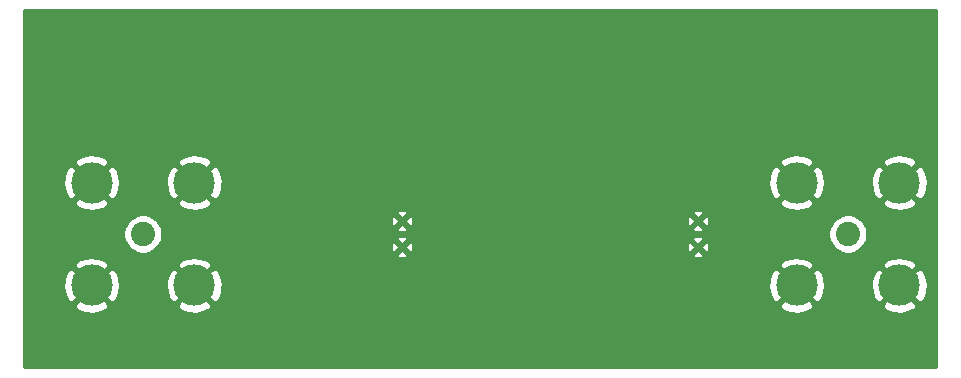
<source format=gbr>
G04 #@! TF.GenerationSoftware,KiCad,Pcbnew,5.1.5-52549c5~84~ubuntu18.04.1*
G04 #@! TF.CreationDate,2020-03-18T11:06:09+09:30*
G04 #@! TF.ProjectId,Frontend V2,46726f6e-7465-46e6-9420-56322e6b6963,rev?*
G04 #@! TF.SameCoordinates,Original*
G04 #@! TF.FileFunction,Copper,L2,Bot*
G04 #@! TF.FilePolarity,Positive*
%FSLAX46Y46*%
G04 Gerber Fmt 4.6, Leading zero omitted, Abs format (unit mm)*
G04 Created by KiCad (PCBNEW 5.1.5-52549c5~84~ubuntu18.04.1) date 2020-03-18 11:06:09*
%MOMM*%
%LPD*%
G04 APERTURE LIST*
%ADD10C,3.500000*%
%ADD11C,2.050000*%
%ADD12C,0.610000*%
%ADD13C,0.800000*%
%ADD14C,0.254000*%
G04 APERTURE END LIST*
D10*
X203740000Y-48990000D03*
X195040000Y-48990000D03*
X195040000Y-57690000D03*
D11*
X199390000Y-53340000D03*
D10*
X203740000Y-57690000D03*
X144050000Y-57690000D03*
D11*
X139700000Y-53340000D03*
D10*
X135350000Y-57690000D03*
X135350000Y-48990000D03*
X144050000Y-48990000D03*
D12*
X161645000Y-52235000D03*
X161645000Y-54445000D03*
X186690000Y-52235000D03*
X186690000Y-54445000D03*
D13*
X195580000Y-36830000D03*
X196850000Y-36830000D03*
X198120000Y-36830000D03*
X199390000Y-36830000D03*
X200660000Y-36830000D03*
X173990000Y-54610000D03*
X165100000Y-43180000D03*
X165100000Y-46990000D03*
X158750000Y-44450000D03*
X158750000Y-63500000D03*
X184380000Y-37870000D03*
X185420000Y-46990000D03*
X166370000Y-43180000D03*
X166370000Y-46990000D03*
X157480000Y-44450000D03*
X157480000Y-63500000D03*
X186690000Y-46990000D03*
X185180000Y-38340000D03*
X170180000Y-50800000D03*
X168910000Y-49530000D03*
X200660000Y-44450000D03*
X199390000Y-44450000D03*
D14*
G36*
X206883000Y-64643000D02*
G01*
X129667000Y-64643000D01*
X129667000Y-59359609D01*
X133859997Y-59359609D01*
X134046073Y-59700766D01*
X134463409Y-59916513D01*
X134914815Y-60046696D01*
X135382946Y-60086313D01*
X135849811Y-60033842D01*
X136297468Y-59891297D01*
X136653927Y-59700766D01*
X136840003Y-59359609D01*
X142559997Y-59359609D01*
X142746073Y-59700766D01*
X143163409Y-59916513D01*
X143614815Y-60046696D01*
X144082946Y-60086313D01*
X144549811Y-60033842D01*
X144997468Y-59891297D01*
X145353927Y-59700766D01*
X145540003Y-59359609D01*
X193549997Y-59359609D01*
X193736073Y-59700766D01*
X194153409Y-59916513D01*
X194604815Y-60046696D01*
X195072946Y-60086313D01*
X195539811Y-60033842D01*
X195987468Y-59891297D01*
X196343927Y-59700766D01*
X196530003Y-59359609D01*
X202249997Y-59359609D01*
X202436073Y-59700766D01*
X202853409Y-59916513D01*
X203304815Y-60046696D01*
X203772946Y-60086313D01*
X204239811Y-60033842D01*
X204687468Y-59891297D01*
X205043927Y-59700766D01*
X205230003Y-59359609D01*
X203740000Y-57869605D01*
X202249997Y-59359609D01*
X196530003Y-59359609D01*
X195040000Y-57869605D01*
X193549997Y-59359609D01*
X145540003Y-59359609D01*
X144050000Y-57869605D01*
X142559997Y-59359609D01*
X136840003Y-59359609D01*
X135350000Y-57869605D01*
X133859997Y-59359609D01*
X129667000Y-59359609D01*
X129667000Y-57722946D01*
X132953687Y-57722946D01*
X133006158Y-58189811D01*
X133148703Y-58637468D01*
X133339234Y-58993927D01*
X133680391Y-59180003D01*
X135170395Y-57690000D01*
X135529605Y-57690000D01*
X137019609Y-59180003D01*
X137360766Y-58993927D01*
X137576513Y-58576591D01*
X137706696Y-58125185D01*
X137740736Y-57722946D01*
X141653687Y-57722946D01*
X141706158Y-58189811D01*
X141848703Y-58637468D01*
X142039234Y-58993927D01*
X142380391Y-59180003D01*
X143870395Y-57690000D01*
X144229605Y-57690000D01*
X145719609Y-59180003D01*
X146060766Y-58993927D01*
X146276513Y-58576591D01*
X146406696Y-58125185D01*
X146440736Y-57722946D01*
X192643687Y-57722946D01*
X192696158Y-58189811D01*
X192838703Y-58637468D01*
X193029234Y-58993927D01*
X193370391Y-59180003D01*
X194860395Y-57690000D01*
X195219605Y-57690000D01*
X196709609Y-59180003D01*
X197050766Y-58993927D01*
X197266513Y-58576591D01*
X197396696Y-58125185D01*
X197430736Y-57722946D01*
X201343687Y-57722946D01*
X201396158Y-58189811D01*
X201538703Y-58637468D01*
X201729234Y-58993927D01*
X202070391Y-59180003D01*
X203560395Y-57690000D01*
X203919605Y-57690000D01*
X205409609Y-59180003D01*
X205750766Y-58993927D01*
X205966513Y-58576591D01*
X206096696Y-58125185D01*
X206136313Y-57657054D01*
X206083842Y-57190189D01*
X205941297Y-56742532D01*
X205750766Y-56386073D01*
X205409609Y-56199997D01*
X203919605Y-57690000D01*
X203560395Y-57690000D01*
X202070391Y-56199997D01*
X201729234Y-56386073D01*
X201513487Y-56803409D01*
X201383304Y-57254815D01*
X201343687Y-57722946D01*
X197430736Y-57722946D01*
X197436313Y-57657054D01*
X197383842Y-57190189D01*
X197241297Y-56742532D01*
X197050766Y-56386073D01*
X196709609Y-56199997D01*
X195219605Y-57690000D01*
X194860395Y-57690000D01*
X193370391Y-56199997D01*
X193029234Y-56386073D01*
X192813487Y-56803409D01*
X192683304Y-57254815D01*
X192643687Y-57722946D01*
X146440736Y-57722946D01*
X146446313Y-57657054D01*
X146393842Y-57190189D01*
X146251297Y-56742532D01*
X146060766Y-56386073D01*
X145719609Y-56199997D01*
X144229605Y-57690000D01*
X143870395Y-57690000D01*
X142380391Y-56199997D01*
X142039234Y-56386073D01*
X141823487Y-56803409D01*
X141693304Y-57254815D01*
X141653687Y-57722946D01*
X137740736Y-57722946D01*
X137746313Y-57657054D01*
X137693842Y-57190189D01*
X137551297Y-56742532D01*
X137360766Y-56386073D01*
X137019609Y-56199997D01*
X135529605Y-57690000D01*
X135170395Y-57690000D01*
X133680391Y-56199997D01*
X133339234Y-56386073D01*
X133123487Y-56803409D01*
X132993304Y-57254815D01*
X132953687Y-57722946D01*
X129667000Y-57722946D01*
X129667000Y-56020391D01*
X133859997Y-56020391D01*
X135350000Y-57510395D01*
X136840003Y-56020391D01*
X142559997Y-56020391D01*
X144050000Y-57510395D01*
X145540003Y-56020391D01*
X193549997Y-56020391D01*
X195040000Y-57510395D01*
X196530003Y-56020391D01*
X202249997Y-56020391D01*
X203740000Y-57510395D01*
X205230003Y-56020391D01*
X205043927Y-55679234D01*
X204626591Y-55463487D01*
X204175185Y-55333304D01*
X203707054Y-55293687D01*
X203240189Y-55346158D01*
X202792532Y-55488703D01*
X202436073Y-55679234D01*
X202249997Y-56020391D01*
X196530003Y-56020391D01*
X196343927Y-55679234D01*
X195926591Y-55463487D01*
X195475185Y-55333304D01*
X195007054Y-55293687D01*
X194540189Y-55346158D01*
X194092532Y-55488703D01*
X193736073Y-55679234D01*
X193549997Y-56020391D01*
X145540003Y-56020391D01*
X145353927Y-55679234D01*
X144936591Y-55463487D01*
X144485185Y-55333304D01*
X144017054Y-55293687D01*
X143550189Y-55346158D01*
X143102532Y-55488703D01*
X142746073Y-55679234D01*
X142559997Y-56020391D01*
X136840003Y-56020391D01*
X136653927Y-55679234D01*
X136236591Y-55463487D01*
X135785185Y-55333304D01*
X135317054Y-55293687D01*
X134850189Y-55346158D01*
X134402532Y-55488703D01*
X134046073Y-55679234D01*
X133859997Y-56020391D01*
X129667000Y-56020391D01*
X129667000Y-55083141D01*
X161186465Y-55083141D01*
X161197596Y-55276865D01*
X161368482Y-55348165D01*
X161549994Y-55384757D01*
X161735157Y-55385235D01*
X161916855Y-55349580D01*
X162088106Y-55279162D01*
X162092404Y-55276865D01*
X162103535Y-55083141D01*
X186231465Y-55083141D01*
X186242596Y-55276865D01*
X186413482Y-55348165D01*
X186594994Y-55384757D01*
X186780157Y-55385235D01*
X186961855Y-55349580D01*
X187133106Y-55279162D01*
X187137404Y-55276865D01*
X187148535Y-55083141D01*
X186690000Y-54624605D01*
X186231465Y-55083141D01*
X162103535Y-55083141D01*
X161645000Y-54624605D01*
X161186465Y-55083141D01*
X129667000Y-55083141D01*
X129667000Y-53176504D01*
X138040000Y-53176504D01*
X138040000Y-53503496D01*
X138103793Y-53824204D01*
X138228927Y-54126305D01*
X138410594Y-54398188D01*
X138641812Y-54629406D01*
X138913695Y-54811073D01*
X139215796Y-54936207D01*
X139536504Y-55000000D01*
X139863496Y-55000000D01*
X140184204Y-54936207D01*
X140486305Y-54811073D01*
X140758188Y-54629406D01*
X140852437Y-54535157D01*
X160704765Y-54535157D01*
X160740420Y-54716855D01*
X160810838Y-54888106D01*
X160813135Y-54892404D01*
X161006859Y-54903535D01*
X161465395Y-54445000D01*
X161824605Y-54445000D01*
X162283141Y-54903535D01*
X162476865Y-54892404D01*
X162548165Y-54721518D01*
X162584757Y-54540006D01*
X162584769Y-54535157D01*
X185749765Y-54535157D01*
X185785420Y-54716855D01*
X185855838Y-54888106D01*
X185858135Y-54892404D01*
X186051859Y-54903535D01*
X186510395Y-54445000D01*
X186869605Y-54445000D01*
X187328141Y-54903535D01*
X187521865Y-54892404D01*
X187593165Y-54721518D01*
X187629757Y-54540006D01*
X187630235Y-54354843D01*
X187594580Y-54173145D01*
X187524162Y-54001894D01*
X187521865Y-53997596D01*
X187328141Y-53986465D01*
X186869605Y-54445000D01*
X186510395Y-54445000D01*
X186051859Y-53986465D01*
X185858135Y-53997596D01*
X185786835Y-54168482D01*
X185750243Y-54349994D01*
X185749765Y-54535157D01*
X162584769Y-54535157D01*
X162585235Y-54354843D01*
X162549580Y-54173145D01*
X162479162Y-54001894D01*
X162476865Y-53997596D01*
X162283141Y-53986465D01*
X161824605Y-54445000D01*
X161465395Y-54445000D01*
X161006859Y-53986465D01*
X160813135Y-53997596D01*
X160741835Y-54168482D01*
X160705243Y-54349994D01*
X160704765Y-54535157D01*
X140852437Y-54535157D01*
X140989406Y-54398188D01*
X141171073Y-54126305D01*
X141296207Y-53824204D01*
X141299657Y-53806859D01*
X161186465Y-53806859D01*
X161645000Y-54265395D01*
X162103535Y-53806859D01*
X186231465Y-53806859D01*
X186690000Y-54265395D01*
X187148535Y-53806859D01*
X187137404Y-53613135D01*
X186966518Y-53541835D01*
X186785006Y-53505243D01*
X186599843Y-53504765D01*
X186418145Y-53540420D01*
X186246894Y-53610838D01*
X186242596Y-53613135D01*
X186231465Y-53806859D01*
X162103535Y-53806859D01*
X162092404Y-53613135D01*
X161921518Y-53541835D01*
X161740006Y-53505243D01*
X161554843Y-53504765D01*
X161373145Y-53540420D01*
X161201894Y-53610838D01*
X161197596Y-53613135D01*
X161186465Y-53806859D01*
X141299657Y-53806859D01*
X141360000Y-53503496D01*
X141360000Y-53176504D01*
X197730000Y-53176504D01*
X197730000Y-53503496D01*
X197793793Y-53824204D01*
X197918927Y-54126305D01*
X198100594Y-54398188D01*
X198331812Y-54629406D01*
X198603695Y-54811073D01*
X198905796Y-54936207D01*
X199226504Y-55000000D01*
X199553496Y-55000000D01*
X199874204Y-54936207D01*
X200176305Y-54811073D01*
X200448188Y-54629406D01*
X200679406Y-54398188D01*
X200861073Y-54126305D01*
X200986207Y-53824204D01*
X201050000Y-53503496D01*
X201050000Y-53176504D01*
X200986207Y-52855796D01*
X200861073Y-52553695D01*
X200679406Y-52281812D01*
X200448188Y-52050594D01*
X200176305Y-51868927D01*
X199874204Y-51743793D01*
X199553496Y-51680000D01*
X199226504Y-51680000D01*
X198905796Y-51743793D01*
X198603695Y-51868927D01*
X198331812Y-52050594D01*
X198100594Y-52281812D01*
X197918927Y-52553695D01*
X197793793Y-52855796D01*
X197730000Y-53176504D01*
X141360000Y-53176504D01*
X141299658Y-52873141D01*
X161186465Y-52873141D01*
X161197596Y-53066865D01*
X161368482Y-53138165D01*
X161549994Y-53174757D01*
X161735157Y-53175235D01*
X161916855Y-53139580D01*
X162088106Y-53069162D01*
X162092404Y-53066865D01*
X162103535Y-52873141D01*
X186231465Y-52873141D01*
X186242596Y-53066865D01*
X186413482Y-53138165D01*
X186594994Y-53174757D01*
X186780157Y-53175235D01*
X186961855Y-53139580D01*
X187133106Y-53069162D01*
X187137404Y-53066865D01*
X187148535Y-52873141D01*
X186690000Y-52414605D01*
X186231465Y-52873141D01*
X162103535Y-52873141D01*
X161645000Y-52414605D01*
X161186465Y-52873141D01*
X141299658Y-52873141D01*
X141296207Y-52855796D01*
X141171073Y-52553695D01*
X141018369Y-52325157D01*
X160704765Y-52325157D01*
X160740420Y-52506855D01*
X160810838Y-52678106D01*
X160813135Y-52682404D01*
X161006859Y-52693535D01*
X161465395Y-52235000D01*
X161824605Y-52235000D01*
X162283141Y-52693535D01*
X162476865Y-52682404D01*
X162548165Y-52511518D01*
X162584757Y-52330006D01*
X162584769Y-52325157D01*
X185749765Y-52325157D01*
X185785420Y-52506855D01*
X185855838Y-52678106D01*
X185858135Y-52682404D01*
X186051859Y-52693535D01*
X186510395Y-52235000D01*
X186869605Y-52235000D01*
X187328141Y-52693535D01*
X187521865Y-52682404D01*
X187593165Y-52511518D01*
X187629757Y-52330006D01*
X187630235Y-52144843D01*
X187594580Y-51963145D01*
X187524162Y-51791894D01*
X187521865Y-51787596D01*
X187328141Y-51776465D01*
X186869605Y-52235000D01*
X186510395Y-52235000D01*
X186051859Y-51776465D01*
X185858135Y-51787596D01*
X185786835Y-51958482D01*
X185750243Y-52139994D01*
X185749765Y-52325157D01*
X162584769Y-52325157D01*
X162585235Y-52144843D01*
X162549580Y-51963145D01*
X162479162Y-51791894D01*
X162476865Y-51787596D01*
X162283141Y-51776465D01*
X161824605Y-52235000D01*
X161465395Y-52235000D01*
X161006859Y-51776465D01*
X160813135Y-51787596D01*
X160741835Y-51958482D01*
X160705243Y-52139994D01*
X160704765Y-52325157D01*
X141018369Y-52325157D01*
X140989406Y-52281812D01*
X140758188Y-52050594D01*
X140486305Y-51868927D01*
X140184204Y-51743793D01*
X139863496Y-51680000D01*
X139536504Y-51680000D01*
X139215796Y-51743793D01*
X138913695Y-51868927D01*
X138641812Y-52050594D01*
X138410594Y-52281812D01*
X138228927Y-52553695D01*
X138103793Y-52855796D01*
X138040000Y-53176504D01*
X129667000Y-53176504D01*
X129667000Y-51596859D01*
X161186465Y-51596859D01*
X161645000Y-52055395D01*
X162103535Y-51596859D01*
X186231465Y-51596859D01*
X186690000Y-52055395D01*
X187148535Y-51596859D01*
X187137404Y-51403135D01*
X186966518Y-51331835D01*
X186785006Y-51295243D01*
X186599843Y-51294765D01*
X186418145Y-51330420D01*
X186246894Y-51400838D01*
X186242596Y-51403135D01*
X186231465Y-51596859D01*
X162103535Y-51596859D01*
X162092404Y-51403135D01*
X161921518Y-51331835D01*
X161740006Y-51295243D01*
X161554843Y-51294765D01*
X161373145Y-51330420D01*
X161201894Y-51400838D01*
X161197596Y-51403135D01*
X161186465Y-51596859D01*
X129667000Y-51596859D01*
X129667000Y-50659609D01*
X133859997Y-50659609D01*
X134046073Y-51000766D01*
X134463409Y-51216513D01*
X134914815Y-51346696D01*
X135382946Y-51386313D01*
X135849811Y-51333842D01*
X136297468Y-51191297D01*
X136653927Y-51000766D01*
X136840003Y-50659609D01*
X142559997Y-50659609D01*
X142746073Y-51000766D01*
X143163409Y-51216513D01*
X143614815Y-51346696D01*
X144082946Y-51386313D01*
X144549811Y-51333842D01*
X144997468Y-51191297D01*
X145353927Y-51000766D01*
X145540003Y-50659609D01*
X193549997Y-50659609D01*
X193736073Y-51000766D01*
X194153409Y-51216513D01*
X194604815Y-51346696D01*
X195072946Y-51386313D01*
X195539811Y-51333842D01*
X195987468Y-51191297D01*
X196343927Y-51000766D01*
X196530003Y-50659609D01*
X202249997Y-50659609D01*
X202436073Y-51000766D01*
X202853409Y-51216513D01*
X203304815Y-51346696D01*
X203772946Y-51386313D01*
X204239811Y-51333842D01*
X204687468Y-51191297D01*
X205043927Y-51000766D01*
X205230003Y-50659609D01*
X203740000Y-49169605D01*
X202249997Y-50659609D01*
X196530003Y-50659609D01*
X195040000Y-49169605D01*
X193549997Y-50659609D01*
X145540003Y-50659609D01*
X144050000Y-49169605D01*
X142559997Y-50659609D01*
X136840003Y-50659609D01*
X135350000Y-49169605D01*
X133859997Y-50659609D01*
X129667000Y-50659609D01*
X129667000Y-49022946D01*
X132953687Y-49022946D01*
X133006158Y-49489811D01*
X133148703Y-49937468D01*
X133339234Y-50293927D01*
X133680391Y-50480003D01*
X135170395Y-48990000D01*
X135529605Y-48990000D01*
X137019609Y-50480003D01*
X137360766Y-50293927D01*
X137576513Y-49876591D01*
X137706696Y-49425185D01*
X137740736Y-49022946D01*
X141653687Y-49022946D01*
X141706158Y-49489811D01*
X141848703Y-49937468D01*
X142039234Y-50293927D01*
X142380391Y-50480003D01*
X143870395Y-48990000D01*
X144229605Y-48990000D01*
X145719609Y-50480003D01*
X146060766Y-50293927D01*
X146276513Y-49876591D01*
X146406696Y-49425185D01*
X146440736Y-49022946D01*
X192643687Y-49022946D01*
X192696158Y-49489811D01*
X192838703Y-49937468D01*
X193029234Y-50293927D01*
X193370391Y-50480003D01*
X194860395Y-48990000D01*
X195219605Y-48990000D01*
X196709609Y-50480003D01*
X197050766Y-50293927D01*
X197266513Y-49876591D01*
X197396696Y-49425185D01*
X197430736Y-49022946D01*
X201343687Y-49022946D01*
X201396158Y-49489811D01*
X201538703Y-49937468D01*
X201729234Y-50293927D01*
X202070391Y-50480003D01*
X203560395Y-48990000D01*
X203919605Y-48990000D01*
X205409609Y-50480003D01*
X205750766Y-50293927D01*
X205966513Y-49876591D01*
X206096696Y-49425185D01*
X206136313Y-48957054D01*
X206083842Y-48490189D01*
X205941297Y-48042532D01*
X205750766Y-47686073D01*
X205409609Y-47499997D01*
X203919605Y-48990000D01*
X203560395Y-48990000D01*
X202070391Y-47499997D01*
X201729234Y-47686073D01*
X201513487Y-48103409D01*
X201383304Y-48554815D01*
X201343687Y-49022946D01*
X197430736Y-49022946D01*
X197436313Y-48957054D01*
X197383842Y-48490189D01*
X197241297Y-48042532D01*
X197050766Y-47686073D01*
X196709609Y-47499997D01*
X195219605Y-48990000D01*
X194860395Y-48990000D01*
X193370391Y-47499997D01*
X193029234Y-47686073D01*
X192813487Y-48103409D01*
X192683304Y-48554815D01*
X192643687Y-49022946D01*
X146440736Y-49022946D01*
X146446313Y-48957054D01*
X146393842Y-48490189D01*
X146251297Y-48042532D01*
X146060766Y-47686073D01*
X145719609Y-47499997D01*
X144229605Y-48990000D01*
X143870395Y-48990000D01*
X142380391Y-47499997D01*
X142039234Y-47686073D01*
X141823487Y-48103409D01*
X141693304Y-48554815D01*
X141653687Y-49022946D01*
X137740736Y-49022946D01*
X137746313Y-48957054D01*
X137693842Y-48490189D01*
X137551297Y-48042532D01*
X137360766Y-47686073D01*
X137019609Y-47499997D01*
X135529605Y-48990000D01*
X135170395Y-48990000D01*
X133680391Y-47499997D01*
X133339234Y-47686073D01*
X133123487Y-48103409D01*
X132993304Y-48554815D01*
X132953687Y-49022946D01*
X129667000Y-49022946D01*
X129667000Y-47320391D01*
X133859997Y-47320391D01*
X135350000Y-48810395D01*
X136840003Y-47320391D01*
X142559997Y-47320391D01*
X144050000Y-48810395D01*
X145540003Y-47320391D01*
X193549997Y-47320391D01*
X195040000Y-48810395D01*
X196530003Y-47320391D01*
X202249997Y-47320391D01*
X203740000Y-48810395D01*
X205230003Y-47320391D01*
X205043927Y-46979234D01*
X204626591Y-46763487D01*
X204175185Y-46633304D01*
X203707054Y-46593687D01*
X203240189Y-46646158D01*
X202792532Y-46788703D01*
X202436073Y-46979234D01*
X202249997Y-47320391D01*
X196530003Y-47320391D01*
X196343927Y-46979234D01*
X195926591Y-46763487D01*
X195475185Y-46633304D01*
X195007054Y-46593687D01*
X194540189Y-46646158D01*
X194092532Y-46788703D01*
X193736073Y-46979234D01*
X193549997Y-47320391D01*
X145540003Y-47320391D01*
X145353927Y-46979234D01*
X144936591Y-46763487D01*
X144485185Y-46633304D01*
X144017054Y-46593687D01*
X143550189Y-46646158D01*
X143102532Y-46788703D01*
X142746073Y-46979234D01*
X142559997Y-47320391D01*
X136840003Y-47320391D01*
X136653927Y-46979234D01*
X136236591Y-46763487D01*
X135785185Y-46633304D01*
X135317054Y-46593687D01*
X134850189Y-46646158D01*
X134402532Y-46788703D01*
X134046073Y-46979234D01*
X133859997Y-47320391D01*
X129667000Y-47320391D01*
X129667000Y-34417000D01*
X206883000Y-34417000D01*
X206883000Y-64643000D01*
G37*
X206883000Y-64643000D02*
X129667000Y-64643000D01*
X129667000Y-59359609D01*
X133859997Y-59359609D01*
X134046073Y-59700766D01*
X134463409Y-59916513D01*
X134914815Y-60046696D01*
X135382946Y-60086313D01*
X135849811Y-60033842D01*
X136297468Y-59891297D01*
X136653927Y-59700766D01*
X136840003Y-59359609D01*
X142559997Y-59359609D01*
X142746073Y-59700766D01*
X143163409Y-59916513D01*
X143614815Y-60046696D01*
X144082946Y-60086313D01*
X144549811Y-60033842D01*
X144997468Y-59891297D01*
X145353927Y-59700766D01*
X145540003Y-59359609D01*
X193549997Y-59359609D01*
X193736073Y-59700766D01*
X194153409Y-59916513D01*
X194604815Y-60046696D01*
X195072946Y-60086313D01*
X195539811Y-60033842D01*
X195987468Y-59891297D01*
X196343927Y-59700766D01*
X196530003Y-59359609D01*
X202249997Y-59359609D01*
X202436073Y-59700766D01*
X202853409Y-59916513D01*
X203304815Y-60046696D01*
X203772946Y-60086313D01*
X204239811Y-60033842D01*
X204687468Y-59891297D01*
X205043927Y-59700766D01*
X205230003Y-59359609D01*
X203740000Y-57869605D01*
X202249997Y-59359609D01*
X196530003Y-59359609D01*
X195040000Y-57869605D01*
X193549997Y-59359609D01*
X145540003Y-59359609D01*
X144050000Y-57869605D01*
X142559997Y-59359609D01*
X136840003Y-59359609D01*
X135350000Y-57869605D01*
X133859997Y-59359609D01*
X129667000Y-59359609D01*
X129667000Y-57722946D01*
X132953687Y-57722946D01*
X133006158Y-58189811D01*
X133148703Y-58637468D01*
X133339234Y-58993927D01*
X133680391Y-59180003D01*
X135170395Y-57690000D01*
X135529605Y-57690000D01*
X137019609Y-59180003D01*
X137360766Y-58993927D01*
X137576513Y-58576591D01*
X137706696Y-58125185D01*
X137740736Y-57722946D01*
X141653687Y-57722946D01*
X141706158Y-58189811D01*
X141848703Y-58637468D01*
X142039234Y-58993927D01*
X142380391Y-59180003D01*
X143870395Y-57690000D01*
X144229605Y-57690000D01*
X145719609Y-59180003D01*
X146060766Y-58993927D01*
X146276513Y-58576591D01*
X146406696Y-58125185D01*
X146440736Y-57722946D01*
X192643687Y-57722946D01*
X192696158Y-58189811D01*
X192838703Y-58637468D01*
X193029234Y-58993927D01*
X193370391Y-59180003D01*
X194860395Y-57690000D01*
X195219605Y-57690000D01*
X196709609Y-59180003D01*
X197050766Y-58993927D01*
X197266513Y-58576591D01*
X197396696Y-58125185D01*
X197430736Y-57722946D01*
X201343687Y-57722946D01*
X201396158Y-58189811D01*
X201538703Y-58637468D01*
X201729234Y-58993927D01*
X202070391Y-59180003D01*
X203560395Y-57690000D01*
X203919605Y-57690000D01*
X205409609Y-59180003D01*
X205750766Y-58993927D01*
X205966513Y-58576591D01*
X206096696Y-58125185D01*
X206136313Y-57657054D01*
X206083842Y-57190189D01*
X205941297Y-56742532D01*
X205750766Y-56386073D01*
X205409609Y-56199997D01*
X203919605Y-57690000D01*
X203560395Y-57690000D01*
X202070391Y-56199997D01*
X201729234Y-56386073D01*
X201513487Y-56803409D01*
X201383304Y-57254815D01*
X201343687Y-57722946D01*
X197430736Y-57722946D01*
X197436313Y-57657054D01*
X197383842Y-57190189D01*
X197241297Y-56742532D01*
X197050766Y-56386073D01*
X196709609Y-56199997D01*
X195219605Y-57690000D01*
X194860395Y-57690000D01*
X193370391Y-56199997D01*
X193029234Y-56386073D01*
X192813487Y-56803409D01*
X192683304Y-57254815D01*
X192643687Y-57722946D01*
X146440736Y-57722946D01*
X146446313Y-57657054D01*
X146393842Y-57190189D01*
X146251297Y-56742532D01*
X146060766Y-56386073D01*
X145719609Y-56199997D01*
X144229605Y-57690000D01*
X143870395Y-57690000D01*
X142380391Y-56199997D01*
X142039234Y-56386073D01*
X141823487Y-56803409D01*
X141693304Y-57254815D01*
X141653687Y-57722946D01*
X137740736Y-57722946D01*
X137746313Y-57657054D01*
X137693842Y-57190189D01*
X137551297Y-56742532D01*
X137360766Y-56386073D01*
X137019609Y-56199997D01*
X135529605Y-57690000D01*
X135170395Y-57690000D01*
X133680391Y-56199997D01*
X133339234Y-56386073D01*
X133123487Y-56803409D01*
X132993304Y-57254815D01*
X132953687Y-57722946D01*
X129667000Y-57722946D01*
X129667000Y-56020391D01*
X133859997Y-56020391D01*
X135350000Y-57510395D01*
X136840003Y-56020391D01*
X142559997Y-56020391D01*
X144050000Y-57510395D01*
X145540003Y-56020391D01*
X193549997Y-56020391D01*
X195040000Y-57510395D01*
X196530003Y-56020391D01*
X202249997Y-56020391D01*
X203740000Y-57510395D01*
X205230003Y-56020391D01*
X205043927Y-55679234D01*
X204626591Y-55463487D01*
X204175185Y-55333304D01*
X203707054Y-55293687D01*
X203240189Y-55346158D01*
X202792532Y-55488703D01*
X202436073Y-55679234D01*
X202249997Y-56020391D01*
X196530003Y-56020391D01*
X196343927Y-55679234D01*
X195926591Y-55463487D01*
X195475185Y-55333304D01*
X195007054Y-55293687D01*
X194540189Y-55346158D01*
X194092532Y-55488703D01*
X193736073Y-55679234D01*
X193549997Y-56020391D01*
X145540003Y-56020391D01*
X145353927Y-55679234D01*
X144936591Y-55463487D01*
X144485185Y-55333304D01*
X144017054Y-55293687D01*
X143550189Y-55346158D01*
X143102532Y-55488703D01*
X142746073Y-55679234D01*
X142559997Y-56020391D01*
X136840003Y-56020391D01*
X136653927Y-55679234D01*
X136236591Y-55463487D01*
X135785185Y-55333304D01*
X135317054Y-55293687D01*
X134850189Y-55346158D01*
X134402532Y-55488703D01*
X134046073Y-55679234D01*
X133859997Y-56020391D01*
X129667000Y-56020391D01*
X129667000Y-55083141D01*
X161186465Y-55083141D01*
X161197596Y-55276865D01*
X161368482Y-55348165D01*
X161549994Y-55384757D01*
X161735157Y-55385235D01*
X161916855Y-55349580D01*
X162088106Y-55279162D01*
X162092404Y-55276865D01*
X162103535Y-55083141D01*
X186231465Y-55083141D01*
X186242596Y-55276865D01*
X186413482Y-55348165D01*
X186594994Y-55384757D01*
X186780157Y-55385235D01*
X186961855Y-55349580D01*
X187133106Y-55279162D01*
X187137404Y-55276865D01*
X187148535Y-55083141D01*
X186690000Y-54624605D01*
X186231465Y-55083141D01*
X162103535Y-55083141D01*
X161645000Y-54624605D01*
X161186465Y-55083141D01*
X129667000Y-55083141D01*
X129667000Y-53176504D01*
X138040000Y-53176504D01*
X138040000Y-53503496D01*
X138103793Y-53824204D01*
X138228927Y-54126305D01*
X138410594Y-54398188D01*
X138641812Y-54629406D01*
X138913695Y-54811073D01*
X139215796Y-54936207D01*
X139536504Y-55000000D01*
X139863496Y-55000000D01*
X140184204Y-54936207D01*
X140486305Y-54811073D01*
X140758188Y-54629406D01*
X140852437Y-54535157D01*
X160704765Y-54535157D01*
X160740420Y-54716855D01*
X160810838Y-54888106D01*
X160813135Y-54892404D01*
X161006859Y-54903535D01*
X161465395Y-54445000D01*
X161824605Y-54445000D01*
X162283141Y-54903535D01*
X162476865Y-54892404D01*
X162548165Y-54721518D01*
X162584757Y-54540006D01*
X162584769Y-54535157D01*
X185749765Y-54535157D01*
X185785420Y-54716855D01*
X185855838Y-54888106D01*
X185858135Y-54892404D01*
X186051859Y-54903535D01*
X186510395Y-54445000D01*
X186869605Y-54445000D01*
X187328141Y-54903535D01*
X187521865Y-54892404D01*
X187593165Y-54721518D01*
X187629757Y-54540006D01*
X187630235Y-54354843D01*
X187594580Y-54173145D01*
X187524162Y-54001894D01*
X187521865Y-53997596D01*
X187328141Y-53986465D01*
X186869605Y-54445000D01*
X186510395Y-54445000D01*
X186051859Y-53986465D01*
X185858135Y-53997596D01*
X185786835Y-54168482D01*
X185750243Y-54349994D01*
X185749765Y-54535157D01*
X162584769Y-54535157D01*
X162585235Y-54354843D01*
X162549580Y-54173145D01*
X162479162Y-54001894D01*
X162476865Y-53997596D01*
X162283141Y-53986465D01*
X161824605Y-54445000D01*
X161465395Y-54445000D01*
X161006859Y-53986465D01*
X160813135Y-53997596D01*
X160741835Y-54168482D01*
X160705243Y-54349994D01*
X160704765Y-54535157D01*
X140852437Y-54535157D01*
X140989406Y-54398188D01*
X141171073Y-54126305D01*
X141296207Y-53824204D01*
X141299657Y-53806859D01*
X161186465Y-53806859D01*
X161645000Y-54265395D01*
X162103535Y-53806859D01*
X186231465Y-53806859D01*
X186690000Y-54265395D01*
X187148535Y-53806859D01*
X187137404Y-53613135D01*
X186966518Y-53541835D01*
X186785006Y-53505243D01*
X186599843Y-53504765D01*
X186418145Y-53540420D01*
X186246894Y-53610838D01*
X186242596Y-53613135D01*
X186231465Y-53806859D01*
X162103535Y-53806859D01*
X162092404Y-53613135D01*
X161921518Y-53541835D01*
X161740006Y-53505243D01*
X161554843Y-53504765D01*
X161373145Y-53540420D01*
X161201894Y-53610838D01*
X161197596Y-53613135D01*
X161186465Y-53806859D01*
X141299657Y-53806859D01*
X141360000Y-53503496D01*
X141360000Y-53176504D01*
X197730000Y-53176504D01*
X197730000Y-53503496D01*
X197793793Y-53824204D01*
X197918927Y-54126305D01*
X198100594Y-54398188D01*
X198331812Y-54629406D01*
X198603695Y-54811073D01*
X198905796Y-54936207D01*
X199226504Y-55000000D01*
X199553496Y-55000000D01*
X199874204Y-54936207D01*
X200176305Y-54811073D01*
X200448188Y-54629406D01*
X200679406Y-54398188D01*
X200861073Y-54126305D01*
X200986207Y-53824204D01*
X201050000Y-53503496D01*
X201050000Y-53176504D01*
X200986207Y-52855796D01*
X200861073Y-52553695D01*
X200679406Y-52281812D01*
X200448188Y-52050594D01*
X200176305Y-51868927D01*
X199874204Y-51743793D01*
X199553496Y-51680000D01*
X199226504Y-51680000D01*
X198905796Y-51743793D01*
X198603695Y-51868927D01*
X198331812Y-52050594D01*
X198100594Y-52281812D01*
X197918927Y-52553695D01*
X197793793Y-52855796D01*
X197730000Y-53176504D01*
X141360000Y-53176504D01*
X141299658Y-52873141D01*
X161186465Y-52873141D01*
X161197596Y-53066865D01*
X161368482Y-53138165D01*
X161549994Y-53174757D01*
X161735157Y-53175235D01*
X161916855Y-53139580D01*
X162088106Y-53069162D01*
X162092404Y-53066865D01*
X162103535Y-52873141D01*
X186231465Y-52873141D01*
X186242596Y-53066865D01*
X186413482Y-53138165D01*
X186594994Y-53174757D01*
X186780157Y-53175235D01*
X186961855Y-53139580D01*
X187133106Y-53069162D01*
X187137404Y-53066865D01*
X187148535Y-52873141D01*
X186690000Y-52414605D01*
X186231465Y-52873141D01*
X162103535Y-52873141D01*
X161645000Y-52414605D01*
X161186465Y-52873141D01*
X141299658Y-52873141D01*
X141296207Y-52855796D01*
X141171073Y-52553695D01*
X141018369Y-52325157D01*
X160704765Y-52325157D01*
X160740420Y-52506855D01*
X160810838Y-52678106D01*
X160813135Y-52682404D01*
X161006859Y-52693535D01*
X161465395Y-52235000D01*
X161824605Y-52235000D01*
X162283141Y-52693535D01*
X162476865Y-52682404D01*
X162548165Y-52511518D01*
X162584757Y-52330006D01*
X162584769Y-52325157D01*
X185749765Y-52325157D01*
X185785420Y-52506855D01*
X185855838Y-52678106D01*
X185858135Y-52682404D01*
X186051859Y-52693535D01*
X186510395Y-52235000D01*
X186869605Y-52235000D01*
X187328141Y-52693535D01*
X187521865Y-52682404D01*
X187593165Y-52511518D01*
X187629757Y-52330006D01*
X187630235Y-52144843D01*
X187594580Y-51963145D01*
X187524162Y-51791894D01*
X187521865Y-51787596D01*
X187328141Y-51776465D01*
X186869605Y-52235000D01*
X186510395Y-52235000D01*
X186051859Y-51776465D01*
X185858135Y-51787596D01*
X185786835Y-51958482D01*
X185750243Y-52139994D01*
X185749765Y-52325157D01*
X162584769Y-52325157D01*
X162585235Y-52144843D01*
X162549580Y-51963145D01*
X162479162Y-51791894D01*
X162476865Y-51787596D01*
X162283141Y-51776465D01*
X161824605Y-52235000D01*
X161465395Y-52235000D01*
X161006859Y-51776465D01*
X160813135Y-51787596D01*
X160741835Y-51958482D01*
X160705243Y-52139994D01*
X160704765Y-52325157D01*
X141018369Y-52325157D01*
X140989406Y-52281812D01*
X140758188Y-52050594D01*
X140486305Y-51868927D01*
X140184204Y-51743793D01*
X139863496Y-51680000D01*
X139536504Y-51680000D01*
X139215796Y-51743793D01*
X138913695Y-51868927D01*
X138641812Y-52050594D01*
X138410594Y-52281812D01*
X138228927Y-52553695D01*
X138103793Y-52855796D01*
X138040000Y-53176504D01*
X129667000Y-53176504D01*
X129667000Y-51596859D01*
X161186465Y-51596859D01*
X161645000Y-52055395D01*
X162103535Y-51596859D01*
X186231465Y-51596859D01*
X186690000Y-52055395D01*
X187148535Y-51596859D01*
X187137404Y-51403135D01*
X186966518Y-51331835D01*
X186785006Y-51295243D01*
X186599843Y-51294765D01*
X186418145Y-51330420D01*
X186246894Y-51400838D01*
X186242596Y-51403135D01*
X186231465Y-51596859D01*
X162103535Y-51596859D01*
X162092404Y-51403135D01*
X161921518Y-51331835D01*
X161740006Y-51295243D01*
X161554843Y-51294765D01*
X161373145Y-51330420D01*
X161201894Y-51400838D01*
X161197596Y-51403135D01*
X161186465Y-51596859D01*
X129667000Y-51596859D01*
X129667000Y-50659609D01*
X133859997Y-50659609D01*
X134046073Y-51000766D01*
X134463409Y-51216513D01*
X134914815Y-51346696D01*
X135382946Y-51386313D01*
X135849811Y-51333842D01*
X136297468Y-51191297D01*
X136653927Y-51000766D01*
X136840003Y-50659609D01*
X142559997Y-50659609D01*
X142746073Y-51000766D01*
X143163409Y-51216513D01*
X143614815Y-51346696D01*
X144082946Y-51386313D01*
X144549811Y-51333842D01*
X144997468Y-51191297D01*
X145353927Y-51000766D01*
X145540003Y-50659609D01*
X193549997Y-50659609D01*
X193736073Y-51000766D01*
X194153409Y-51216513D01*
X194604815Y-51346696D01*
X195072946Y-51386313D01*
X195539811Y-51333842D01*
X195987468Y-51191297D01*
X196343927Y-51000766D01*
X196530003Y-50659609D01*
X202249997Y-50659609D01*
X202436073Y-51000766D01*
X202853409Y-51216513D01*
X203304815Y-51346696D01*
X203772946Y-51386313D01*
X204239811Y-51333842D01*
X204687468Y-51191297D01*
X205043927Y-51000766D01*
X205230003Y-50659609D01*
X203740000Y-49169605D01*
X202249997Y-50659609D01*
X196530003Y-50659609D01*
X195040000Y-49169605D01*
X193549997Y-50659609D01*
X145540003Y-50659609D01*
X144050000Y-49169605D01*
X142559997Y-50659609D01*
X136840003Y-50659609D01*
X135350000Y-49169605D01*
X133859997Y-50659609D01*
X129667000Y-50659609D01*
X129667000Y-49022946D01*
X132953687Y-49022946D01*
X133006158Y-49489811D01*
X133148703Y-49937468D01*
X133339234Y-50293927D01*
X133680391Y-50480003D01*
X135170395Y-48990000D01*
X135529605Y-48990000D01*
X137019609Y-50480003D01*
X137360766Y-50293927D01*
X137576513Y-49876591D01*
X137706696Y-49425185D01*
X137740736Y-49022946D01*
X141653687Y-49022946D01*
X141706158Y-49489811D01*
X141848703Y-49937468D01*
X142039234Y-50293927D01*
X142380391Y-50480003D01*
X143870395Y-48990000D01*
X144229605Y-48990000D01*
X145719609Y-50480003D01*
X146060766Y-50293927D01*
X146276513Y-49876591D01*
X146406696Y-49425185D01*
X146440736Y-49022946D01*
X192643687Y-49022946D01*
X192696158Y-49489811D01*
X192838703Y-49937468D01*
X193029234Y-50293927D01*
X193370391Y-50480003D01*
X194860395Y-48990000D01*
X195219605Y-48990000D01*
X196709609Y-50480003D01*
X197050766Y-50293927D01*
X197266513Y-49876591D01*
X197396696Y-49425185D01*
X197430736Y-49022946D01*
X201343687Y-49022946D01*
X201396158Y-49489811D01*
X201538703Y-49937468D01*
X201729234Y-50293927D01*
X202070391Y-50480003D01*
X203560395Y-48990000D01*
X203919605Y-48990000D01*
X205409609Y-50480003D01*
X205750766Y-50293927D01*
X205966513Y-49876591D01*
X206096696Y-49425185D01*
X206136313Y-48957054D01*
X206083842Y-48490189D01*
X205941297Y-48042532D01*
X205750766Y-47686073D01*
X205409609Y-47499997D01*
X203919605Y-48990000D01*
X203560395Y-48990000D01*
X202070391Y-47499997D01*
X201729234Y-47686073D01*
X201513487Y-48103409D01*
X201383304Y-48554815D01*
X201343687Y-49022946D01*
X197430736Y-49022946D01*
X197436313Y-48957054D01*
X197383842Y-48490189D01*
X197241297Y-48042532D01*
X197050766Y-47686073D01*
X196709609Y-47499997D01*
X195219605Y-48990000D01*
X194860395Y-48990000D01*
X193370391Y-47499997D01*
X193029234Y-47686073D01*
X192813487Y-48103409D01*
X192683304Y-48554815D01*
X192643687Y-49022946D01*
X146440736Y-49022946D01*
X146446313Y-48957054D01*
X146393842Y-48490189D01*
X146251297Y-48042532D01*
X146060766Y-47686073D01*
X145719609Y-47499997D01*
X144229605Y-48990000D01*
X143870395Y-48990000D01*
X142380391Y-47499997D01*
X142039234Y-47686073D01*
X141823487Y-48103409D01*
X141693304Y-48554815D01*
X141653687Y-49022946D01*
X137740736Y-49022946D01*
X137746313Y-48957054D01*
X137693842Y-48490189D01*
X137551297Y-48042532D01*
X137360766Y-47686073D01*
X137019609Y-47499997D01*
X135529605Y-48990000D01*
X135170395Y-48990000D01*
X133680391Y-47499997D01*
X133339234Y-47686073D01*
X133123487Y-48103409D01*
X132993304Y-48554815D01*
X132953687Y-49022946D01*
X129667000Y-49022946D01*
X129667000Y-47320391D01*
X133859997Y-47320391D01*
X135350000Y-48810395D01*
X136840003Y-47320391D01*
X142559997Y-47320391D01*
X144050000Y-48810395D01*
X145540003Y-47320391D01*
X193549997Y-47320391D01*
X195040000Y-48810395D01*
X196530003Y-47320391D01*
X202249997Y-47320391D01*
X203740000Y-48810395D01*
X205230003Y-47320391D01*
X205043927Y-46979234D01*
X204626591Y-46763487D01*
X204175185Y-46633304D01*
X203707054Y-46593687D01*
X203240189Y-46646158D01*
X202792532Y-46788703D01*
X202436073Y-46979234D01*
X202249997Y-47320391D01*
X196530003Y-47320391D01*
X196343927Y-46979234D01*
X195926591Y-46763487D01*
X195475185Y-46633304D01*
X195007054Y-46593687D01*
X194540189Y-46646158D01*
X194092532Y-46788703D01*
X193736073Y-46979234D01*
X193549997Y-47320391D01*
X145540003Y-47320391D01*
X145353927Y-46979234D01*
X144936591Y-46763487D01*
X144485185Y-46633304D01*
X144017054Y-46593687D01*
X143550189Y-46646158D01*
X143102532Y-46788703D01*
X142746073Y-46979234D01*
X142559997Y-47320391D01*
X136840003Y-47320391D01*
X136653927Y-46979234D01*
X136236591Y-46763487D01*
X135785185Y-46633304D01*
X135317054Y-46593687D01*
X134850189Y-46646158D01*
X134402532Y-46788703D01*
X134046073Y-46979234D01*
X133859997Y-47320391D01*
X129667000Y-47320391D01*
X129667000Y-34417000D01*
X206883000Y-34417000D01*
X206883000Y-64643000D01*
M02*

</source>
